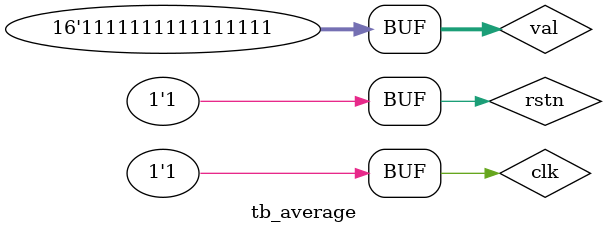
<source format=v>
`timescale 1ns / 1ps


module tb_average;

reg clk;
reg rstn;
reg [15:0] val;
wire [15:0] val_avg;
wire start;

always begin
    clk <= 0;
    #(10);
    clk <= 1;
    #(10);
end

initial begin
    rstn <= 0;
    val <= 65535;
    #(22);
    rstn <= 1;
   
end

average_0 dut (
    .clk(clk),
    .rstn(rstn),
    .val(val),
    .val_avg(val_avg),
    .start(start)
    );
endmodule

</source>
